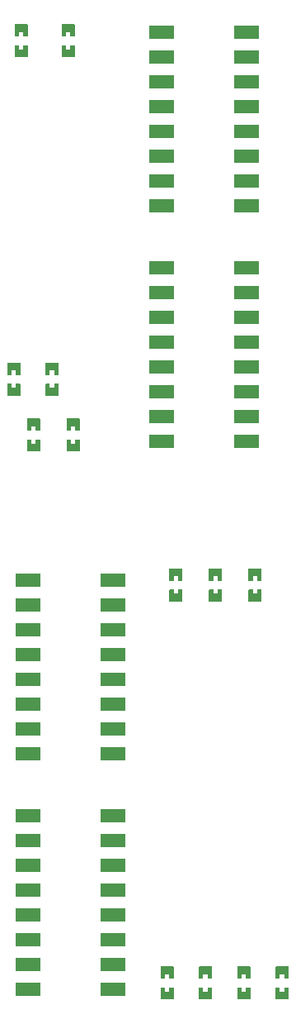
<source format=gbp>
G04 Layer: BottomPasteMaskLayer*
G04 EasyEDA Pro v2.1.49.573a4102.674264, 2024-03-15 18:46:32*
G04 Gerber Generator version 0.3*
G04 Scale: 100 percent, Rotated: No, Reflected: No*
G04 Dimensions in millimeters*
G04 Leading zeros omitted, absolute positions, 3 integers and 5 decimals*
%FSLAX35Y35*%
%MOMM*%
%ADD10R,2.59999X1.4224*%
%ADD11R,2.59999X1.4224*%
G75*


G04 PolygonModel Start*
G36*
G01X7861800Y-20226198D02*
G01X7733802Y-20226198D01*
G01X7728801Y-20231199D01*
G01Y-20346200D01*
G01X7733802Y-20351199D01*
G01X7774805Y-20351702D01*
G01Y-20306701D01*
G01X7819804D01*
G01Y-20350701D01*
G01X7861800Y-20351199D01*
G01X7866802Y-20346200D01*
G01Y-20231199D01*
G01X7861800Y-20226198D01*
G37*
G36*
G01X7861800Y-20441199D02*
G01X7819804Y-20441201D01*
G01Y-20485699D01*
G01X7774805D01*
G01Y-20441702D01*
G01X7733802Y-20441199D01*
G01X7728801Y-20446200D01*
G01Y-20561198D01*
G01X7733802Y-20566200D01*
G01X7861800D01*
G01X7866802Y-20561198D01*
G01Y-20446200D01*
G01X7861800Y-20441199D01*
G37*
G36*
G01X8255500Y-20226198D02*
G01X8127502Y-20226198D01*
G01X8122501Y-20231199D01*
G01Y-20346200D01*
G01X8127502Y-20351199D01*
G01X8168505Y-20351702D01*
G01Y-20306701D01*
G01X8213504D01*
G01Y-20350701D01*
G01X8255500Y-20351199D01*
G01X8260502Y-20346200D01*
G01Y-20231199D01*
G01X8255500Y-20226198D01*
G37*
G36*
G01X8255500Y-20441199D02*
G01X8213504Y-20441201D01*
G01Y-20485699D01*
G01X8168505D01*
G01Y-20441702D01*
G01X8127502Y-20441199D01*
G01X8122501Y-20446200D01*
G01Y-20561198D01*
G01X8127502Y-20566200D01*
G01X8255500D01*
G01X8260502Y-20561198D01*
G01Y-20446200D01*
G01X8255500Y-20441199D01*
G37*
G36*
G01X8649200Y-20226198D02*
G01X8521202Y-20226198D01*
G01X8516201Y-20231199D01*
G01Y-20346200D01*
G01X8521202Y-20351199D01*
G01X8562205Y-20351702D01*
G01Y-20306701D01*
G01X8607204D01*
G01Y-20350701D01*
G01X8649200Y-20351199D01*
G01X8654202Y-20346200D01*
G01Y-20231199D01*
G01X8649200Y-20226198D01*
G37*
G36*
G01X8649200Y-20441199D02*
G01X8607204Y-20441201D01*
G01Y-20485699D01*
G01X8562205D01*
G01Y-20441702D01*
G01X8521202Y-20441199D01*
G01X8516201Y-20446200D01*
G01Y-20561198D01*
G01X8521202Y-20566200D01*
G01X8649200D01*
G01X8654202Y-20561198D01*
G01Y-20446200D01*
G01X8649200Y-20441199D01*
G37*
G36*
G01X9042900Y-20226198D02*
G01X8914902Y-20226198D01*
G01X8909901Y-20231199D01*
G01Y-20346200D01*
G01X8914902Y-20351199D01*
G01X8955905Y-20351702D01*
G01Y-20306701D01*
G01X9000904D01*
G01Y-20350701D01*
G01X9042900Y-20351199D01*
G01X9047902Y-20346200D01*
G01Y-20231199D01*
G01X9042900Y-20226198D01*
G37*
G36*
G01X9042900Y-20441199D02*
G01X9000904Y-20441201D01*
G01Y-20485699D01*
G01X8955905D01*
G01Y-20441702D01*
G01X8914902Y-20441199D01*
G01X8909901Y-20446200D01*
G01Y-20561198D01*
G01X8914902Y-20566200D01*
G01X9042900D01*
G01X9047902Y-20561198D01*
G01Y-20446200D01*
G01X9042900Y-20441199D01*
G37*
G36*
G01X8635500Y-16489502D02*
G01X8763498Y-16489502D01*
G01X8768499Y-16484501D01*
G01Y-16369500D01*
G01X8763498Y-16364501D01*
G01X8722495Y-16363998D01*
G01Y-16408999D01*
G01X8677496D01*
G01Y-16364999D01*
G01X8635500Y-16364501D01*
G01X8630498Y-16369500D01*
G01Y-16484501D01*
G01X8635500Y-16489502D01*
G37*
G36*
G01X8635500Y-16274501D02*
G01X8677496Y-16274499D01*
G01Y-16230001D01*
G01X8722495D01*
G01Y-16273998D01*
G01X8763498Y-16274501D01*
G01X8768499Y-16269500D01*
G01Y-16154502D01*
G01X8763498Y-16149500D01*
G01X8635500D01*
G01X8630498Y-16154502D01*
G01Y-16269500D01*
G01X8635500Y-16274501D01*
G37*
G36*
G01X8229100Y-16489502D02*
G01X8357098Y-16489502D01*
G01X8362099Y-16484501D01*
G01Y-16369500D01*
G01X8357098Y-16364501D01*
G01X8316095Y-16363998D01*
G01Y-16408999D01*
G01X8271096D01*
G01Y-16364999D01*
G01X8229100Y-16364501D01*
G01X8224098Y-16369500D01*
G01Y-16484501D01*
G01X8229100Y-16489502D01*
G37*
G36*
G01X8229100Y-16274501D02*
G01X8271096Y-16274499D01*
G01Y-16230001D01*
G01X8316095D01*
G01Y-16273998D01*
G01X8357098Y-16274501D01*
G01X8362099Y-16269500D01*
G01Y-16154502D01*
G01X8357098Y-16149500D01*
G01X8229100D01*
G01X8224098Y-16154502D01*
G01Y-16269500D01*
G01X8229100Y-16274501D01*
G37*
G36*
G01X7822700Y-16489502D02*
G01X7950698Y-16489502D01*
G01X7955699Y-16484501D01*
G01Y-16369500D01*
G01X7950698Y-16364501D01*
G01X7909695Y-16363998D01*
G01Y-16408999D01*
G01X7864696D01*
G01Y-16364999D01*
G01X7822700Y-16364501D01*
G01X7817698Y-16369500D01*
G01Y-16484501D01*
G01X7822700Y-16489502D01*
G37*
G36*
G01X7822700Y-16274501D02*
G01X7864696Y-16274499D01*
G01Y-16230001D01*
G01X7909695D01*
G01Y-16273998D01*
G01X7950698Y-16274501D01*
G01X7955699Y-16269500D01*
G01Y-16154502D01*
G01X7950698Y-16149500D01*
G01X7822700D01*
G01X7817698Y-16154502D01*
G01Y-16269500D01*
G01X7822700Y-16274501D01*
G37*
G36*
G01X6717800Y-10914202D02*
G01X6845798Y-10914202D01*
G01X6850799Y-10909201D01*
G01Y-10794200D01*
G01X6845798Y-10789201D01*
G01X6804795Y-10788698D01*
G01Y-10833699D01*
G01X6759796D01*
G01Y-10789699D01*
G01X6717800Y-10789201D01*
G01X6712798Y-10794200D01*
G01Y-10909201D01*
G01X6717800Y-10914202D01*
G37*
G36*
G01X6717800Y-10699201D02*
G01X6759796Y-10699199D01*
G01Y-10654701D01*
G01X6804795D01*
G01Y-10698698D01*
G01X6845798Y-10699201D01*
G01X6850799Y-10694200D01*
G01Y-10579202D01*
G01X6845798Y-10574200D01*
G01X6717800D01*
G01X6712798Y-10579202D01*
G01Y-10694200D01*
G01X6717800Y-10699201D01*
G37*
G36*
G01X6235200Y-10914202D02*
G01X6363198Y-10914202D01*
G01X6368199Y-10909201D01*
G01Y-10794200D01*
G01X6363198Y-10789201D01*
G01X6322195Y-10788698D01*
G01Y-10833699D01*
G01X6277196D01*
G01Y-10789699D01*
G01X6235200Y-10789201D01*
G01X6230198Y-10794200D01*
G01Y-10909201D01*
G01X6235200Y-10914202D01*
G37*
G36*
G01X6235200Y-10699201D02*
G01X6277196Y-10699199D01*
G01Y-10654701D01*
G01X6322195D01*
G01Y-10698698D01*
G01X6363198Y-10699201D01*
G01X6368199Y-10694200D01*
G01Y-10579202D01*
G01X6363198Y-10574200D01*
G01X6235200D01*
G01X6230198Y-10579202D01*
G01Y-10694200D01*
G01X6235200Y-10699201D01*
G37*
G36*
G01X6287000Y-14041298D02*
G01X6159002Y-14041298D01*
G01X6154001Y-14046299D01*
G01Y-14161300D01*
G01X6159002Y-14166299D01*
G01X6200005Y-14166802D01*
G01Y-14121801D01*
G01X6245004D01*
G01Y-14165801D01*
G01X6287000Y-14166299D01*
G01X6292002Y-14161300D01*
G01Y-14046299D01*
G01X6287000Y-14041298D01*
G37*
G36*
G01X6287000Y-14256299D02*
G01X6245004Y-14256301D01*
G01Y-14300799D01*
G01X6200005D01*
G01Y-14256802D01*
G01X6159002Y-14256299D01*
G01X6154001Y-14261300D01*
G01Y-14376298D01*
G01X6159002Y-14381300D01*
G01X6287000D01*
G01X6292002Y-14376298D01*
G01Y-14261300D01*
G01X6287000Y-14256299D01*
G37*
G36*
G01X6490200Y-14612798D02*
G01X6362202Y-14612798D01*
G01X6357201Y-14617799D01*
G01Y-14732800D01*
G01X6362202Y-14737799D01*
G01X6403205Y-14738302D01*
G01Y-14693301D01*
G01X6448204D01*
G01Y-14737301D01*
G01X6490200Y-14737799D01*
G01X6495202Y-14732800D01*
G01Y-14617799D01*
G01X6490200Y-14612798D01*
G37*
G36*
G01X6490200Y-14827799D02*
G01X6448204Y-14827801D01*
G01Y-14872299D01*
G01X6403205D01*
G01Y-14828302D01*
G01X6362202Y-14827799D01*
G01X6357201Y-14832800D01*
G01Y-14947798D01*
G01X6362202Y-14952800D01*
G01X6490200D01*
G01X6495202Y-14947798D01*
G01Y-14832800D01*
G01X6490200Y-14827799D01*
G37*
G36*
G01X6680700Y-14041298D02*
G01X6552702Y-14041298D01*
G01X6547701Y-14046299D01*
G01Y-14161300D01*
G01X6552702Y-14166299D01*
G01X6593705Y-14166802D01*
G01Y-14121801D01*
G01X6638704D01*
G01Y-14165801D01*
G01X6680700Y-14166299D01*
G01X6685702Y-14161300D01*
G01Y-14046299D01*
G01X6680700Y-14041298D01*
G37*
G36*
G01X6680700Y-14256299D02*
G01X6638704Y-14256301D01*
G01Y-14300799D01*
G01X6593705D01*
G01Y-14256802D01*
G01X6552702Y-14256299D01*
G01X6547701Y-14261300D01*
G01Y-14376298D01*
G01X6552702Y-14381300D01*
G01X6680700D01*
G01X6685702Y-14376298D01*
G01Y-14261300D01*
G01X6680700Y-14256299D01*
G37*
G36*
G01X6896600Y-14612798D02*
G01X6768602Y-14612798D01*
G01X6763601Y-14617799D01*
G01Y-14732800D01*
G01X6768602Y-14737799D01*
G01X6809605Y-14738302D01*
G01Y-14693301D01*
G01X6854604D01*
G01Y-14737301D01*
G01X6896600Y-14737799D01*
G01X6901602Y-14732800D01*
G01Y-14617799D01*
G01X6896600Y-14612798D01*
G37*
G36*
G01X6896600Y-14827799D02*
G01X6854604Y-14827801D01*
G01Y-14872299D01*
G01X6809605D01*
G01Y-14828302D01*
G01X6768602Y-14827799D01*
G01X6763601Y-14832800D01*
G01Y-14947798D01*
G01X6768602Y-14952800D01*
G01X6896600D01*
G01X6901602Y-14947798D01*
G01Y-14832800D01*
G01X6896600Y-14827799D01*
G37*
G04 PolygonModel End*

G04 Pad Start*
G54D10*
G01X6369202Y-20459700D03*
G01X6369202Y-20205700D03*
G01X6369202Y-19951700D03*
G01X6369202Y-19697700D03*
G01X6369202Y-19443700D03*
G01X6369202Y-19189700D03*
G01X6369202Y-18935700D03*
G01X6369202Y-18681700D03*
G01X7245198Y-18681700D03*
G01X7245198Y-18935700D03*
G01X7245198Y-19189700D03*
G01X7245198Y-19443700D03*
G01X7245198Y-19697700D03*
G01X7245198Y-19951700D03*
G01X7245198Y-20205700D03*
G01X7245198Y-20459700D03*
G01X6369202Y-18046700D03*
G01X6369202Y-17792700D03*
G01X6369202Y-17538700D03*
G01X6369202Y-17284700D03*
G01X6369202Y-17030700D03*
G01X6369202Y-16776700D03*
G01X6369202Y-16522700D03*
G01X6369202Y-16268700D03*
G01X7245198Y-16268700D03*
G01X7245198Y-16522700D03*
G01X7245198Y-16776700D03*
G01X7245198Y-17030700D03*
G01X7245198Y-17284700D03*
G01X7245198Y-17538700D03*
G01X7245198Y-17792700D03*
G01X7245198Y-18046700D03*
G54D11*
G01X8616798Y-10655300D03*
G01X8616798Y-10909300D03*
G01X8616798Y-11163300D03*
G01X8616798Y-11417300D03*
G01X8616798Y-11671300D03*
G01X8616798Y-11925300D03*
G01X8616798Y-12179300D03*
G01X8616798Y-12433300D03*
G01X7740802Y-12433300D03*
G01X7740802Y-12179300D03*
G01X7740802Y-11925300D03*
G01X7740802Y-11671300D03*
G01X7740802Y-11417300D03*
G01X7740802Y-11163300D03*
G01X7740802Y-10909300D03*
G01X7740802Y-10655300D03*
G01X8616798Y-13068300D03*
G01X8616798Y-13322300D03*
G01X8616798Y-13576300D03*
G01X8616798Y-13830300D03*
G01X8616798Y-14084300D03*
G01X8616798Y-14338300D03*
G01X8616798Y-14592300D03*
G01X8616798Y-14846300D03*
G01X7740802Y-14846300D03*
G01X7740802Y-14592300D03*
G01X7740802Y-14338300D03*
G01X7740802Y-14084300D03*
G01X7740802Y-13830300D03*
G01X7740802Y-13576300D03*
G01X7740802Y-13322300D03*
G01X7740802Y-13068300D03*
G04 Pad End*

M02*

</source>
